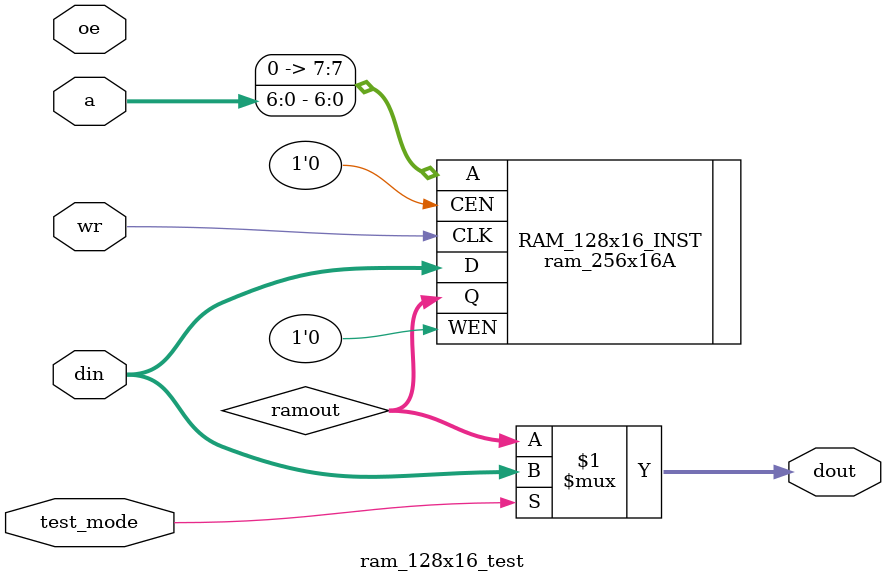
<source format=v>

module ram_128x16_test (
    a,
    din,
    dout,
    oe,
    wr,
    test_mode
    ) ;


/*
 *
 *  @(#) ram_128x16.v 15.4@(#)
 *  4/24/96  21:03:42
 *
 */

/*
 * Behavioral module for a RAM
 *   stolen from somewhere...
 *   15apr93mai
 */

    parameter
    addrsize = 7,           // number of address bits
    datasize = 16,          // number of data bits
    words = 128,            // total number of words in ram
    addrs = addrsize - 1,
    data = datasize - 1,
    wordLen = words - 1;

    input [addrs:0] a;      // address bus inputs
    input [data:0] din;     // input data bus
    output [data:0] dout;   // output data bus
    input wr;               // write strobe
    input oe;               // output enable strobe
    input test_mode;
    
    wire [data:0] ramout ;   // testable dout pins

assign #2 dout = test_mode ? din : ramout ;


ram_256x16A RAM_128x16_INST(
        .A({1'b0,a}),
        .D(din),
        .Q(ramout),
        .CLK(wr),
	.WEN(1'b0),
	.CEN(1'b0)
);

endmodule // ram_128x16_test

</source>
